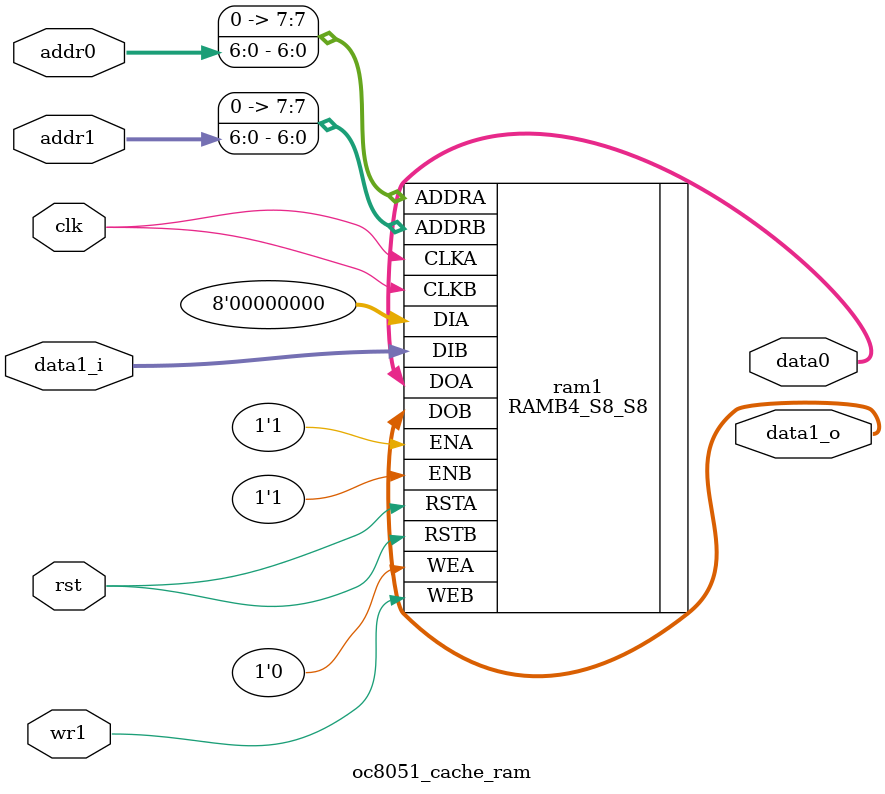
<source format=v>

`include "oc8051_timescale.v"
// synopsys translate_on
module oc8051_cache_ram (clk, rst, addr0, data0, addr1, data1_i, data1_o, wr1);
//
// this module is part of oc8051_icache
// it's tehnology dependent
//
// clk          (in)  clock
// addr0        (in)  addres port 0
// data0        (out) data output port 0
// addr1        (in)  address port 1
// data1_i      (in)  data input port 1
// data1_o      (out) data output port 1
// wr1          (in)  write port 1
//

parameter ADR_WIDTH = 7; // cache address wihth
parameter CACHE_RAM = 128; // cache ram x 32 (2^ADR_WIDTH)

input clk, wr1, rst;
input [ADR_WIDTH-1:0] addr0, addr1;
input [31:0] data1_i;
output [31:0] data0, data1_o;


//


wire [7:0] dob;
RAMB4_S8_S8 ram1(.DOA(data0), .DOB(data1_o), .ADDRA({1'b0, addr0}), .DIA(8'h00), .ENA(1'b1), .CLKA(clk), .WEA(1'b0),
                .RSTA(rst), .ADDRB({1'b0, addr1}), .DIB(data1_i), .ENB(1'b1), .CLKB(clk), .WEB(wr1), .RSTB(rst));


endmodule

</source>
